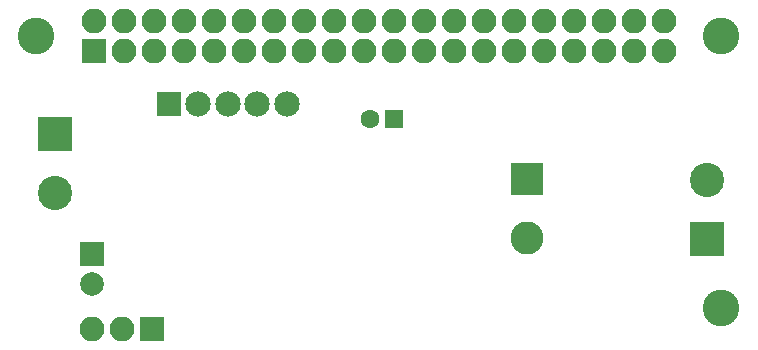
<source format=gbr>
G04 #@! TF.GenerationSoftware,KiCad,Pcbnew,(5.0.0)*
G04 #@! TF.CreationDate,2019-02-20T13:04:28+09:00*
G04 #@! TF.ProjectId,pi-ups,70692D7570732E6B696361645F706362,rev?*
G04 #@! TF.SameCoordinates,Original*
G04 #@! TF.FileFunction,Soldermask,Bot*
G04 #@! TF.FilePolarity,Negative*
%FSLAX46Y46*%
G04 Gerber Fmt 4.6, Leading zero omitted, Abs format (unit mm)*
G04 Created by KiCad (PCBNEW (5.0.0)) date 02/20/19 13:04:28*
%MOMM*%
%LPD*%
G01*
G04 APERTURE LIST*
%ADD10C,3.100000*%
%ADD11R,2.000000X2.000000*%
%ADD12C,2.000000*%
%ADD13R,1.600000X1.600000*%
%ADD14C,1.600000*%
%ADD15R,2.800000X2.800000*%
%ADD16C,2.800000*%
%ADD17C,2.900000*%
%ADD18R,2.900000X2.900000*%
%ADD19R,2.100000X2.100000*%
%ADD20O,2.100000X2.100000*%
%ADD21R,2.150000X2.150000*%
%ADD22C,2.150000*%
G04 APERTURE END LIST*
D10*
G04 #@! TO.C,REF\002A\002A*
X148500000Y-115000000D03*
G04 #@! TD*
G04 #@! TO.C,REF\002A\002A*
X90500000Y-92000000D03*
G04 #@! TD*
D11*
G04 #@! TO.C,C1*
X95250000Y-110490000D03*
D12*
X95250000Y-112990000D03*
G04 #@! TD*
D13*
G04 #@! TO.C,C4*
X120745000Y-99060000D03*
D14*
X118745000Y-99060000D03*
G04 #@! TD*
D15*
G04 #@! TO.C,C5*
X132080000Y-104140000D03*
D16*
X132080000Y-109140000D03*
G04 #@! TD*
D17*
G04 #@! TO.C,J1*
X92075000Y-105330000D03*
D18*
X92075000Y-100330000D03*
G04 #@! TD*
D19*
G04 #@! TO.C,J2*
X95370000Y-93270000D03*
D20*
X95370000Y-90730000D03*
X97910000Y-93270000D03*
X97910000Y-90730000D03*
X100450000Y-93270000D03*
X100450000Y-90730000D03*
X102990000Y-93270000D03*
X102990000Y-90730000D03*
X105530000Y-93270000D03*
X105530000Y-90730000D03*
X108070000Y-93270000D03*
X108070000Y-90730000D03*
X110610000Y-93270000D03*
X110610000Y-90730000D03*
X113150000Y-93270000D03*
X113150000Y-90730000D03*
X115690000Y-93270000D03*
X115690000Y-90730000D03*
X118230000Y-93270000D03*
X118230000Y-90730000D03*
X120770000Y-93270000D03*
X120770000Y-90730000D03*
X123310000Y-93270000D03*
X123310000Y-90730000D03*
X125850000Y-93270000D03*
X125850000Y-90730000D03*
X128390000Y-93270000D03*
X128390000Y-90730000D03*
X130930000Y-93270000D03*
X130930000Y-90730000D03*
X133470000Y-93270000D03*
X133470000Y-90730000D03*
X136010000Y-93270000D03*
X136010000Y-90730000D03*
X138550000Y-93270000D03*
X138550000Y-90730000D03*
X141090000Y-93270000D03*
X141090000Y-90730000D03*
X143630000Y-93270000D03*
X143630000Y-90730000D03*
G04 #@! TD*
D21*
G04 #@! TO.C,J3*
X101720000Y-97790000D03*
D22*
X104220000Y-97790000D03*
X106720000Y-97790000D03*
X109220000Y-97790000D03*
X111720000Y-97790000D03*
G04 #@! TD*
D18*
G04 #@! TO.C,J4*
X147320000Y-109220000D03*
D17*
X147320000Y-104220000D03*
G04 #@! TD*
D19*
G04 #@! TO.C,SW1*
X100330000Y-116840000D03*
D20*
X97790000Y-116840000D03*
X95250000Y-116840000D03*
G04 #@! TD*
D10*
G04 #@! TO.C,REF\002A\002A*
X148500000Y-92000000D03*
G04 #@! TD*
M02*

</source>
